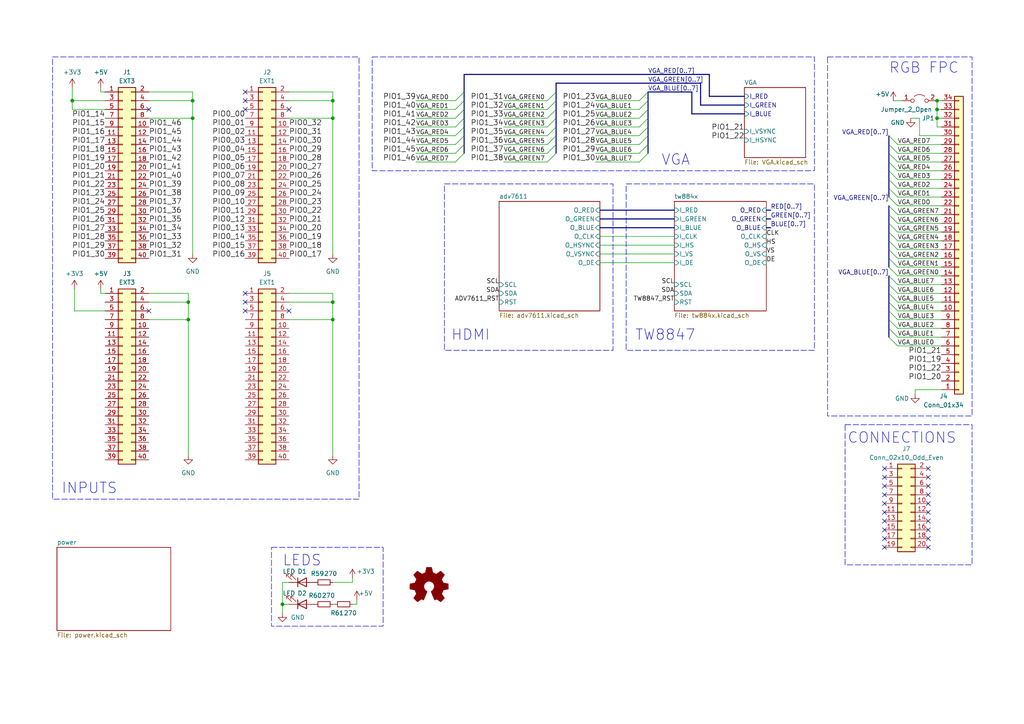
<source format=kicad_sch>
(kicad_sch (version 20230121) (generator eeschema)
  (paper "A4")
  (lib_symbols
    (symbol "Connector_Generic:Conn_01x34" (pin_names (offset 1.016) hide)
      (property "Reference" "J" (at 0 43.18 0))
      (property "Value" "Conn_01x34" (at 0 -45.72 0))
      (symbol "Conn_01x34_1_1"
        (pin passive line (at -5.08 40.64 0) (length 3.81) (name "Pin_1") (number "1"))
        (pin passive line (at -5.08 17.78 0) (length 3.81) (name "Pin_10") (number "10"))
        (pin passive line (at -5.08 15.24 0) (length 3.81) (name "Pin_11") (number "11"))
        (pin passive line (at -5.08 12.7 0) (length 3.81) (name "Pin_12") (number "12"))
        (pin passive line (at -5.08 10.16 0) (length 3.81) (name "Pin_13") (number "13"))
        (pin passive line (at -5.08 7.62 0) (length 3.81) (name "Pin_14") (number "14"))
        (pin passive line (at -5.08 5.08 0) (length 3.81) (name "Pin_15") (number "15"))
        (pin passive line (at -5.08 2.54 0) (length 3.81) (name "Pin_16") (number "16"))
        (pin passive line (at -5.08 0 0) (length 3.81) (name "Pin_17") (number "17"))
        (pin passive line (at -5.08 -2.54 0) (length 3.81) (name "Pin_18") (number "18"))
        (pin passive line (at -5.08 -5.08 0) (length 3.81) (name "Pin_19") (number "19"))
        (pin passive line (at -5.08 38.1 0) (length 3.81) (name "Pin_2") (number "2"))
        (pin passive line (at -5.08 -7.62 0) (length 3.81) (name "Pin_20") (number "20"))
        (pin passive line (at -5.08 -10.16 0) (length 3.81) (name "Pin_21") (number "21"))
        (pin passive line (at -5.08 -12.7 0) (length 3.81) (name "Pin_22") (number "22"))
        (pin passive line (at -5.08 -15.24 0) (length 3.81) (name "Pin_23") (number "23"))
        (pin passive line (at -5.08 -17.78 0) (length 3.81) (name "Pin_24") (number "24"))
        (pin passive line (at -5.08 -20.32 0) (length 3.81) (name "Pin_25") (number "25"))
        (pin passive line (at -5.08 -22.86 0) (length 3.81) (name "Pin_26") (number "26"))
        (pin passive line (at -5.08 -25.4 0) (length 3.81) (name "Pin_27") (number "27"))
        (pin passive line (at -5.08 -27.94 0) (length 3.81) (name "Pin_28") (number "28"))
        (pin passive line (at -5.08 -30.48 0) (length 3.81) (name "Pin_29") (number "29"))
        (pin passive line (at -5.08 35.56 0) (length 3.81) (name "Pin_3") (number "3"))
        (pin passive line (at -5.08 -33.02 0) (length 3.81) (name "Pin_30") (number "30"))
        (pin passive line (at -5.08 -35.56 0) (length 3.81) (name "Pin_31") (number "31"))
        (pin passive line (at -5.08 -38.1 0) (length 3.81) (name "Pin_32") (number "32"))
        (pin passive line (at -5.08 -40.64 0) (length 3.81) (name "Pin_33") (number "33"))
        (pin passive line (at -5.08 -43.18 0) (length 3.81) (name "Pin_34") (number "34"))
        (pin passive line (at -5.08 33.02 0) (length 3.81) (name "Pin_4") (number "4"))
        (pin passive line (at -5.08 30.48 0) (length 3.81) (name "Pin_5") (number "5"))
        (pin passive line (at -5.08 27.94 0) (length 3.81) (name "Pin_6") (number "6"))
        (pin passive line (at -5.08 25.4 0) (length 3.81) (name "Pin_7") (number "7"))
        (pin passive line (at -5.08 22.86 0) (length 3.81) (name "Pin_8") (number "8"))
        (pin passive line (at -5.08 20.32 0) (length 3.81) (name "Pin_9") (number "9"))
      )
    )
    (symbol "Connector_Generic:Conn_02x10_Odd_Even" (pin_names (offset 1.016) hide)
      (property "Reference" "J" (at 1.27 12.7 0))
      (property "Value" "Conn_02x10_Odd_Even" (at 1.27 -15.24 0))
      (symbol "Conn_02x10_Odd_Even_1_1"
        (pin passive line (at -5.08 10.16 0) (length 3.81) (name "Pin_1") (number "1"))
        (pin passive line (at 7.62 0 180) (length 3.81) (name "Pin_10") (number "10"))
        (pin passive line (at -5.08 -2.54 0) (length 3.81) (name "Pin_11") (number "11"))
        (pin passive line (at 7.62 -2.54 180) (length 3.81) (name "Pin_12") (number "12"))
        (pin passive line (at -5.08 -5.08 0) (length 3.81) (name "Pin_13") (number "13"))
        (pin passive line (at 7.62 -5.08 180) (length 3.81) (name "Pin_14") (number "14"))
        (pin passive line (at -5.08 -7.62 0) (length 3.81) (name "Pin_15") (number "15"))
        (pin passive line (at 7.62 -7.62 180) (length 3.81) (name "Pin_16") (number "16"))
        (pin passive line (at -5.08 -10.16 0) (length 3.81) (name "Pin_17") (number "17"))
        (pin passive line (at 7.62 -10.16 180) (length 3.81) (name "Pin_18") (number "18"))
        (pin passive line (at -5.08 -12.7 0) (length 3.81) (name "Pin_19") (number "19"))
        (pin passive line (at 7.62 10.16 180) (length 3.81) (name "Pin_2") (number "2"))
        (pin passive line (at 7.62 -12.7 180) (length 3.81) (name "Pin_20") (number "20"))
        (pin passive line (at -5.08 7.62 0) (length 3.81) (name "Pin_3") (number "3"))
        (pin passive line (at 7.62 7.62 180) (length 3.81) (name "Pin_4") (number "4"))
        (pin passive line (at -5.08 5.08 0) (length 3.81) (name "Pin_5") (number "5"))
        (pin passive line (at 7.62 5.08 180) (length 3.81) (name "Pin_6") (number "6"))
        (pin passive line (at -5.08 2.54 0) (length 3.81) (name "Pin_7") (number "7"))
        (pin passive line (at 7.62 2.54 180) (length 3.81) (name "Pin_8") (number "8"))
        (pin passive line (at -5.08 0 0) (length 3.81) (name "Pin_9") (number "9"))
      )
    )
    (symbol "Connector_Generic:Conn_02x20_Odd_Even" (pin_names (offset 1.016) hide)
      (property "Reference" "J" (at 1.27 25.4 0))
      (property "Value" "Conn_02x20_Odd_Even" (at 1.27 -27.94 0))
      (symbol "Conn_02x20_Odd_Even_1_1"
        (pin passive line (at -5.08 22.86 0) (length 3.81) (name "Pin_1") (number "1"))
        (pin passive line (at 7.62 12.7 180) (length 3.81) (name "Pin_10") (number "10"))
        (pin passive line (at -5.08 10.16 0) (length 3.81) (name "Pin_11") (number "11"))
        (pin passive line (at 7.62 10.16 180) (length 3.81) (name "Pin_12") (number "12"))
        (pin passive line (at -5.08 7.62 0) (length 3.81) (name "Pin_13") (number "13"))
        (pin passive line (at 7.62 7.62 180) (length 3.81) (name "Pin_14") (number "14"))
        (pin passive line (at -5.08 5.08 0) (length 3.81) (name "Pin_15") (number "15"))
        (pin passive line (at 7.62 5.08 180) (length 3.81) (name "Pin_16") (number "16"))
        (pin passive line (at -5.08 2.54 0) (length 3.81) (name "Pin_17") (number "17"))
        (pin passive line (at 7.62 2.54 180) (length 3.81) (name "Pin_18") (number "18"))
        (pin passive line (at -5.08 0 0) (length 3.81) (name "Pin_19") (number "19"))
        (pin passive line (at 7.62 22.86 180) (length 3.81) (name "Pin_2") (number "2"))
        (pin passive line (at 7.62 0 180) (length 3.81) (name "Pin_20") (number "20"))
        (pin passive line (at -5.08 -2.54 0) (length 3.81) (name "Pin_21") (number "21"))
        (pin passive line (at 7.62 -2.54 180) (length 3.81) (name "Pin_22") (number "22"))
        (pin passive line (at -5.08 -5.08 0) (length 3.81) (name "Pin_23") (number "23"))
        (pin passive line (at 7.62 -5.08 180) (length 3.81) (name "Pin_24") (number "24"))
        (pin passive line (at -5.08 -7.62 0) (length 3.81) (name "Pin_25") (number "25"))
        (pin passive line (at 7.62 -7.62 180) (length 3.81) (name "Pin_26") (number "26"))
        (pin passive line (at -5.08 -10.16 0) (length 3.81) (name "Pin_27") (number "27"))
        (pin passive line (at 7.62 -10.16 180) (length 3.81) (name "Pin_28") (number "28"))
        (pin passive line (at -5.08 -12.7 0) (length 3.81) (name "Pin_29") (number "29"))
        (pin passive line (at -5.08 20.32 0) (length 3.81) (name "Pin_3") (number "3"))
        (pin passive line (at 7.62 -12.7 180) (length 3.81) (name "Pin_30") (number "30"))
        (pin passive line (at -5.08 -15.24 0) (length 3.81) (name "Pin_31") (number "31"))
        (pin passive line (at 7.62 -15.24 180) (length 3.81) (name "Pin_32") (number "32"))
        (pin passive line (at -5.08 -17.78 0) (length 3.81) (name "Pin_33") (number "33"))
        (pin passive line (at 7.62 -17.78 180) (length 3.81) (name "Pin_34") (number "34"))
        (pin passive line (at -5.08 -20.32 0) (length 3.81) (name "Pin_35") (number "35"))
        (pin passive line (at 7.62 -20.32 180) (length 3.81) (name "Pin_36") (number "36"))
        (pin passive line (at -5.08 -22.86 0) (length 3.81) (name "Pin_37") (number "37"))
        (pin passive line (at 7.62 -22.86 180) (length 3.81) (name "Pin_38") (number "38"))
        (pin passive line (at -5.08 -25.4 0) (length 3.81) (name "Pin_39") (number "39"))
        (pin passive line (at 7.62 20.32 180) (length 3.81) (name "Pin_4") (number "4"))
        (pin passive line (at 7.62 -25.4 180) (length 3.81) (name "Pin_40") (number "40"))
        (pin passive line (at -5.08 17.78 0) (length 3.81) (name "Pin_5") (number "5"))
        (pin passive line (at 7.62 17.78 180) (length 3.81) (name "Pin_6") (number "6"))
        (pin passive line (at -5.08 15.24 0) (length 3.81) (name "Pin_7") (number "7"))
        (pin passive line (at 7.62 15.24 180) (length 3.81) (name "Pin_8") (number "8"))
        (pin passive line (at -5.08 12.7 0) (length 3.81) (name "Pin_9") (number "9"))
      )
    )
    (symbol "Device:LED" (pin_numbers hide) (pin_names (offset 1.016) hide)
      (property "Reference" "D" (at 0 2.54 0))
      (property "Value" "LED" (at 0 -2.54 0))
      (symbol "LED_1_1"
        (pin passive line (at -3.81 0 0) (length 2.54) (name "K") (number "1"))
        (pin passive line (at 3.81 0 180) (length 2.54) (name "A") (number "2"))
      )
    )
    (symbol "Device:R_Small" (pin_numbers hide) (pin_names (offset 0.254) hide)
      (property "Reference" "R" (at 0.762 0.508 0))
      (property "Value" "R_Small" (at 0.762 -1.016 0))
      (symbol "R_Small_1_1"
        (pin passive line (at 0 2.54 270) (length 0.762) (name "~") (number "1"))
        (pin passive line (at 0 -2.54 90) (length 0.762) (name "~") (number "2"))
      )
    )
    (symbol "Graphic:Logo_Open_Hardware_Small" (in_bom no) (on_board no))
    (symbol "Jumper:Jumper_2_Open" (pin_names (offset 0) hide)
      (property "Reference" "JP" (at 0 2.794 0))
      (property "Value" "Jumper_2_Open" (at 0 -2.286 0))
      (symbol "Jumper_2_Open_1_1"
        (pin passive line (at -5.08 0 0) (length 2.54) (name "A") (number "1"))
        (pin passive line (at 5.08 0 180) (length 2.54) (name "B") (number "2"))
      )
    )
    (symbol "power:+3V3" (power) (pin_names (offset 0))
      (property "Value" "+3V3" (at 0 3.556 0))
      (symbol "+3V3_1_1"
        (pin power_in line (at 0 0 90) (length 0) hide (name "+3V3") (number "1"))
      )
    )
    (symbol "power:+5V" (power) (pin_names (offset 0))
      (property "Value" "+5V" (at 0 3.556 0))
      (symbol "+5V_1_1"
        (pin power_in line (at 0 0 90) (length 0) hide (name "+5V") (number "1"))
      )
    )
    (symbol "power:GND" (power) (pin_names (offset 0))
      (property "Value" "GND" (at 0 -3.81 0))
      (symbol "GND_1_1"
        (pin power_in line (at 0 0 270) (length 0) hide (name "GND") (number "1"))
      )
    )
  )
  (junction (at 20.955 29.21))
  (junction (at 271.78 29.21))
  (junction (at 96.52 29.21))
  (junction (at 96.52 92.71))
  (junction (at 271.78 31.75))
  (junction (at 96.52 34.29))
  (junction (at 55.88 29.21))
  (junction (at 55.88 34.29))
  (junction (at 96.52 87.63))
  (junction (at 81.915 175.26))
  (junction (at 271.78 34.29))
  (junction (at 54.61 87.63))
  (junction (at 54.61 92.71))
  (no_connect (at 256.54 158.75))
  (no_connect (at 71.12 85.09))
  (no_connect (at 256.54 135.89))
  (no_connect (at 71.12 31.75))
  (no_connect (at 256.54 146.05))
  (no_connect (at 269.24 158.75))
  (no_connect (at 269.24 156.21))
  (no_connect (at 269.24 138.43))
  (no_connect (at 269.24 153.67))
  (no_connect (at 269.24 143.51))
  (no_connect (at 256.54 151.13))
  (no_connect (at 269.24 140.97))
  (no_connect (at 256.54 153.67))
  (no_connect (at 256.54 156.21))
  (no_connect (at 269.24 146.05))
  (no_connect (at 71.12 26.67))
  (no_connect (at 83.82 90.17))
  (no_connect (at 256.54 140.97))
  (no_connect (at 71.12 87.63))
  (no_connect (at 83.82 31.75))
  (no_connect (at 43.18 31.75))
  (no_connect (at 269.24 135.89))
  (no_connect (at 269.24 148.59))
  (no_connect (at 256.54 148.59))
  (no_connect (at 71.12 90.17))
  (no_connect (at 269.24 151.13))
  (no_connect (at 43.18 90.17))
  (no_connect (at 71.12 29.21))
  (no_connect (at 256.54 143.51))
  (no_connect (at 256.54 138.43))
  (bus_entry (at 257.81 64.77) (size 2.54 2.54))
  (bus_entry (at 161.29 29.21) (size -2.54 2.54))
  (bus_entry (at 257.81 44.45) (size 2.54 2.54))
  (bus_entry (at 257.81 69.85) (size 2.54 2.54))
  (bus_entry (at 257.81 92.71) (size 2.54 2.54))
  (bus_entry (at 134.62 29.21) (size -2.54 2.54))
  (bus_entry (at 187.96 36.83) (size -2.54 2.54))
  (bus_entry (at 161.29 39.37) (size -2.54 2.54))
  (bus_entry (at 257.81 90.17) (size 2.54 2.54))
  (bus_entry (at 134.62 31.75) (size -2.54 2.54))
  (bus_entry (at 161.29 34.29) (size -2.54 2.54))
  (bus_entry (at 187.96 26.67) (size -2.54 2.54))
  (bus_entry (at 257.81 49.53) (size 2.54 2.54))
  (bus_entry (at 134.62 34.29) (size -2.54 2.54))
  (bus_entry (at 134.62 41.91) (size -2.54 2.54))
  (bus_entry (at 187.96 41.91) (size -2.54 2.54))
  (bus_entry (at 257.81 72.39) (size 2.54 2.54))
  (bus_entry (at 257.81 97.79) (size 2.54 2.54))
  (bus_entry (at 257.81 85.09) (size 2.54 2.54))
  (bus_entry (at 257.81 95.25) (size 2.54 2.54))
  (bus_entry (at 161.29 31.75) (size -2.54 2.54))
  (bus_entry (at 134.62 26.67) (size -2.54 2.54))
  (bus_entry (at 187.96 39.37) (size -2.54 2.54))
  (bus_entry (at 187.96 34.29) (size -2.54 2.54))
  (bus_entry (at 257.81 41.91) (size 2.54 2.54))
  (bus_entry (at 257.81 62.23) (size 2.54 2.54))
  (bus_entry (at 161.29 36.83) (size -2.54 2.54))
  (bus_entry (at 257.81 39.37) (size 2.54 2.54))
  (bus_entry (at 257.81 77.47) (size 2.54 2.54))
  (bus_entry (at 134.62 36.83) (size -2.54 2.54))
  (bus_entry (at 257.81 82.55) (size 2.54 2.54))
  (bus_entry (at 257.81 52.07) (size 2.54 2.54))
  (bus_entry (at 161.29 41.91) (size -2.54 2.54))
  (bus_entry (at 257.81 46.99) (size 2.54 2.54))
  (bus_entry (at 257.81 87.63) (size 2.54 2.54))
  (bus_entry (at 257.81 80.01) (size 2.54 2.54))
  (bus_entry (at 257.81 67.31) (size 2.54 2.54))
  (bus_entry (at 134.62 39.37) (size -2.54 2.54))
  (bus_entry (at 257.81 57.15) (size 2.54 2.54))
  (bus_entry (at 161.29 26.67) (size -2.54 2.54))
  (bus_entry (at 257.81 54.61) (size 2.54 2.54))
  (bus_entry (at 134.62 44.45) (size -2.54 2.54))
  (bus_entry (at 187.96 31.75) (size -2.54 2.54))
  (bus_entry (at 257.81 74.93) (size 2.54 2.54))
  (bus_entry (at 187.96 44.45) (size -2.54 2.54))
  (bus_entry (at 257.81 59.69) (size 2.54 2.54))
  (bus_entry (at 161.29 44.45) (size -2.54 2.54))
  (bus_entry (at 187.96 29.21) (size -2.54 2.54))
  (wire (pts (xy 271.78 31.75) (xy 271.78 29.21)))
  (wire (pts (xy 146.05 34.29) (xy 158.75 34.29)))
  (wire (pts (xy 260.35 64.77) (xy 273.05 64.77)))
  (wire (pts (xy 265.43 113.03) (xy 265.43 114.3)))
  (wire (pts (xy 271.78 36.83) (xy 271.78 34.29)))
  (wire (pts (xy 260.35 80.01) (xy 273.05 80.01)))
  (wire (pts (xy 20.955 29.21) (xy 20.955 25.4)))
  (wire (pts (xy 83.82 34.29) (xy 96.52 34.29)))
  (wire (pts (xy 260.35 69.85) (xy 273.05 69.85)))
  (wire (pts (xy 30.48 90.17) (xy 21.59 90.17)))
  (wire (pts (xy 96.52 168.91) (xy 102.235 168.91)))
  (wire (pts (xy 146.05 46.99) (xy 158.75 46.99)))
  (bus (pts (xy 203.2 24.13) (xy 203.2 30.48)))
  (bus (pts (xy 257.81 67.31) (xy 257.81 69.85)))
  (bus (pts (xy 257.81 72.39) (xy 257.81 74.93)))
  (wire (pts (xy 43.18 34.29) (xy 55.88 34.29)))
  (bus (pts (xy 134.62 29.21) (xy 134.62 31.75)))
  (bus (pts (xy 161.29 26.67) (xy 161.29 29.21)))
  (wire (pts (xy 146.05 29.21) (xy 158.75 29.21)))
  (wire (pts (xy 96.52 73.66) (xy 96.52 34.29)))
  (wire (pts (xy 172.72 31.75) (xy 185.42 31.75)))
  (wire (pts (xy 96.52 175.26) (xy 97.155 175.26)))
  (bus (pts (xy 257.81 69.85) (xy 257.81 72.39)))
  (wire (pts (xy 260.35 57.15) (xy 273.05 57.15)))
  (wire (pts (xy 29.21 83.82) (xy 29.21 85.09)))
  (wire (pts (xy 273.05 113.03) (xy 265.43 113.03)))
  (wire (pts (xy 260.35 59.69) (xy 273.05 59.69)))
  (bus (pts (xy 173.99 60.96) (xy 195.58 60.96)))
  (bus (pts (xy 161.29 24.13) (xy 161.29 26.67)))
  (wire (pts (xy 146.05 41.91) (xy 158.75 41.91)))
  (wire (pts (xy 172.72 39.37) (xy 185.42 39.37)))
  (bus (pts (xy 134.62 31.75) (xy 134.62 34.29)))
  (wire (pts (xy 146.05 44.45) (xy 158.75 44.45)))
  (bus (pts (xy 222.25 60.96) (xy 223.52 60.96)))
  (wire (pts (xy 55.88 73.66) (xy 55.88 34.29)))
  (wire (pts (xy 81.915 168.91) (xy 81.915 175.26)))
  (bus (pts (xy 257.81 54.61) (xy 257.81 57.15)))
  (bus (pts (xy 257.81 46.99) (xy 257.81 49.53)))
  (wire (pts (xy 96.52 85.09) (xy 83.82 85.09)))
  (wire (pts (xy 120.65 41.91) (xy 132.08 41.91)))
  (wire (pts (xy 260.35 49.53) (xy 273.05 49.53)))
  (bus (pts (xy 134.62 21.59) (xy 205.74 21.59)))
  (wire (pts (xy 81.915 175.26) (xy 81.915 177.8)))
  (bus (pts (xy 173.99 66.04) (xy 195.58 66.04)))
  (wire (pts (xy 260.35 85.09) (xy 273.05 85.09)))
  (bus (pts (xy 257.81 59.69) (xy 257.81 62.23)))
  (bus (pts (xy 257.81 85.09) (xy 257.81 87.63)))
  (bus (pts (xy 257.81 82.55) (xy 257.81 85.09)))
  (bus (pts (xy 205.74 27.94) (xy 215.9 27.94)))
  (wire (pts (xy 260.35 62.23) (xy 273.05 62.23)))
  (bus (pts (xy 257.81 90.17) (xy 257.81 92.71)))
  (bus (pts (xy 187.96 41.91) (xy 187.96 44.45)))
  (bus (pts (xy 222.25 63.5) (xy 223.52 63.5)))
  (wire (pts (xy 96.52 26.67) (xy 83.82 26.67)))
  (wire (pts (xy 260.35 97.79) (xy 273.05 97.79)))
  (wire (pts (xy 273.05 29.21) (xy 271.78 29.21)))
  (wire (pts (xy 43.18 92.71) (xy 54.61 92.71)))
  (wire (pts (xy 172.72 41.91) (xy 185.42 41.91)))
  (wire (pts (xy 21.59 83.82) (xy 21.59 90.17)))
  (wire (pts (xy 43.18 29.21) (xy 55.88 29.21)))
  (wire (pts (xy 173.99 76.2) (xy 195.58 76.2)))
  (bus (pts (xy 257.81 74.93) (xy 257.81 77.47)))
  (wire (pts (xy 29.21 25.4) (xy 29.21 26.67)))
  (wire (pts (xy 30.48 31.75) (xy 20.955 31.75)))
  (wire (pts (xy 43.18 87.63) (xy 54.61 87.63)))
  (wire (pts (xy 260.35 95.25) (xy 273.05 95.25)))
  (wire (pts (xy 266.7 34.29) (xy 264.16 34.29)))
  (wire (pts (xy 273.05 34.29) (xy 271.78 34.29)))
  (wire (pts (xy 83.82 168.91) (xy 81.915 168.91)))
  (bus (pts (xy 203.2 30.48) (xy 215.9 30.48)))
  (wire (pts (xy 55.88 26.67) (xy 43.18 26.67)))
  (wire (pts (xy 185.42 46.99) (xy 172.72 46.99)))
  (bus (pts (xy 187.96 26.67) (xy 187.96 29.21)))
  (wire (pts (xy 96.52 92.71) (xy 96.52 87.63)))
  (wire (pts (xy 54.61 87.63) (xy 54.61 85.09)))
  (bus (pts (xy 134.62 41.91) (xy 134.62 44.45)))
  (wire (pts (xy 55.88 29.21) (xy 55.88 26.67)))
  (wire (pts (xy 120.65 44.45) (xy 132.08 44.45)))
  (wire (pts (xy 260.35 74.93) (xy 273.05 74.93)))
  (bus (pts (xy 257.81 62.23) (xy 257.81 64.77)))
  (wire (pts (xy 260.35 90.17) (xy 273.05 90.17)))
  (bus (pts (xy 200.66 26.67) (xy 200.66 33.02)))
  (wire (pts (xy 54.61 92.71) (xy 54.61 87.63)))
  (wire (pts (xy 260.35 54.61) (xy 273.05 54.61)))
  (bus (pts (xy 134.62 36.83) (xy 134.62 39.37)))
  (wire (pts (xy 96.52 34.29) (xy 96.52 29.21)))
  (bus (pts (xy 161.29 41.91) (xy 161.29 44.45)))
  (bus (pts (xy 200.66 33.02) (xy 215.9 33.02)))
  (bus (pts (xy 161.29 29.21) (xy 161.29 31.75)))
  (bus (pts (xy 257.81 49.53) (xy 257.81 52.07)))
  (bus (pts (xy 257.81 52.07) (xy 257.81 54.61)))
  (wire (pts (xy 96.52 29.21) (xy 96.52 26.67)))
  (wire (pts (xy 260.35 82.55) (xy 273.05 82.55)))
  (bus (pts (xy 161.29 34.29) (xy 161.29 36.83)))
  (wire (pts (xy 273.05 31.75) (xy 271.78 31.75)))
  (bus (pts (xy 187.96 31.75) (xy 187.96 34.29)))
  (bus (pts (xy 187.96 29.21) (xy 187.96 31.75)))
  (wire (pts (xy 146.05 36.83) (xy 158.75 36.83)))
  (wire (pts (xy 54.61 85.09) (xy 43.18 85.09)))
  (bus (pts (xy 257.81 80.01) (xy 257.81 82.55)))
  (wire (pts (xy 260.35 92.71) (xy 273.05 92.71)))
  (wire (pts (xy 173.99 71.12) (xy 195.58 71.12)))
  (bus (pts (xy 134.62 39.37) (xy 134.62 41.91)))
  (wire (pts (xy 260.35 46.99) (xy 273.05 46.99)))
  (wire (pts (xy 260.35 77.47) (xy 273.05 77.47)))
  (bus (pts (xy 187.96 36.83) (xy 187.96 39.37)))
  (wire (pts (xy 271.78 34.29) (xy 271.78 31.75)))
  (bus (pts (xy 134.62 21.59) (xy 134.62 26.67)))
  (wire (pts (xy 83.82 92.71) (xy 96.52 92.71)))
  (wire (pts (xy 20.955 29.21) (xy 30.48 29.21)))
  (wire (pts (xy 96.52 132.08) (xy 96.52 92.71)))
  (wire (pts (xy 102.235 168.91) (xy 102.235 167.64)))
  (wire (pts (xy 102.235 175.26) (xy 103.505 175.26)))
  (bus (pts (xy 257.81 64.77) (xy 257.81 67.31)))
  (bus (pts (xy 205.74 21.59) (xy 205.74 27.94)))
  (wire (pts (xy 173.99 68.58) (xy 195.58 68.58)))
  (wire (pts (xy 266.7 34.29) (xy 266.7 39.37)))
  (wire (pts (xy 273.05 39.37) (xy 266.7 39.37)))
  (wire (pts (xy 120.65 39.37) (xy 132.08 39.37)))
  (wire (pts (xy 172.72 34.29) (xy 185.42 34.29)))
  (wire (pts (xy 83.82 87.63) (xy 96.52 87.63)))
  (bus (pts (xy 161.29 24.13) (xy 203.2 24.13)))
  (wire (pts (xy 120.65 34.29) (xy 132.08 34.29)))
  (wire (pts (xy 260.35 67.31) (xy 273.05 67.31)))
  (wire (pts (xy 120.65 31.75) (xy 132.08 31.75)))
  (bus (pts (xy 257.81 92.71) (xy 257.81 95.25)))
  (wire (pts (xy 120.65 46.99) (xy 132.08 46.99)))
  (wire (pts (xy 146.05 39.37) (xy 158.75 39.37)))
  (wire (pts (xy 120.65 36.83) (xy 132.08 36.83)))
  (wire (pts (xy 146.05 31.75) (xy 158.75 31.75)))
  (wire (pts (xy 83.82 29.21) (xy 96.52 29.21)))
  (bus (pts (xy 134.62 34.29) (xy 134.62 36.83)))
  (bus (pts (xy 187.96 26.67) (xy 200.66 26.67)))
  (bus (pts (xy 257.81 41.91) (xy 257.81 44.45)))
  (bus (pts (xy 161.29 39.37) (xy 161.29 41.91)))
  (wire (pts (xy 259.08 29.21) (xy 261.62 29.21)))
  (wire (pts (xy 172.72 36.83) (xy 185.42 36.83)))
  (wire (pts (xy 55.88 34.29) (xy 55.88 29.21)))
  (bus (pts (xy 134.62 26.67) (xy 134.62 29.21)))
  (wire (pts (xy 120.65 29.21) (xy 132.08 29.21)))
  (wire (pts (xy 54.61 132.08) (xy 54.61 92.71)))
  (wire (pts (xy 260.35 44.45) (xy 273.05 44.45)))
  (bus (pts (xy 222.25 66.04) (xy 223.52 66.04)))
  (wire (pts (xy 260.35 100.33) (xy 273.05 100.33)))
  (wire (pts (xy 172.72 29.21) (xy 185.42 29.21)))
  (bus (pts (xy 257.81 95.25) (xy 257.81 97.79)))
  (bus (pts (xy 173.99 63.5) (xy 195.58 63.5)))
  (bus (pts (xy 257.81 44.45) (xy 257.81 46.99)))
  (wire (pts (xy 96.52 87.63) (xy 96.52 85.09)))
  (wire (pts (xy 260.35 72.39) (xy 273.05 72.39)))
  (wire (pts (xy 83.82 175.26) (xy 81.915 175.26)))
  (wire (pts (xy 29.21 26.67) (xy 30.48 26.67)))
  (wire (pts (xy 260.35 41.91) (xy 273.05 41.91)))
  (bus (pts (xy 187.96 39.37) (xy 187.96 41.91)))
  (wire (pts (xy 260.35 52.07) (xy 273.05 52.07)))
  (bus (pts (xy 187.96 34.29) (xy 187.96 36.83)))
  (wire (pts (xy 173.99 73.66) (xy 195.58 73.66)))
  (bus (pts (xy 257.81 87.63) (xy 257.81 90.17)))
  (bus (pts (xy 257.81 39.37) (xy 257.81 41.91)))
  (wire (pts (xy 273.05 36.83) (xy 271.78 36.83)))
  (wire (pts (xy 260.35 87.63) (xy 273.05 87.63)))
  (wire (pts (xy 29.21 85.09) (xy 30.48 85.09)))
  (wire (pts (xy 172.72 44.45) (xy 185.42 44.45)))
  (wire (pts (xy 103.505 175.26) (xy 103.505 173.99)))
  (bus (pts (xy 161.29 36.83) (xy 161.29 39.37)))
  (bus (pts (xy 161.29 31.75) (xy 161.29 34.29)))
  (wire (pts (xy 20.955 31.75) (xy 20.955 29.21)))
  (rectangle (start 181.61 53.34) (end 236.22 101.6) (stroke (width 0) (type dash)))
  (rectangle (start 15.24 16.51) (end 104.14 144.78) (stroke (width 0) (type dash)))
  (rectangle (start 128.905 53.34) (end 177.8 101.6) (stroke (width 0) (type dash)))
  (rectangle (start 240.03 16.51) (end 281.94 120.65) (stroke (width 0) (type dash)))
  (rectangle (start 245.11 123.19) (end 281.94 163.83) (stroke (width 0) (type dash)))
  (rectangle (start 107.95 16.51) (end 236.22 49.53) (stroke (width 0) (type dash)))
  (rectangle (start 78.74 158.75) (end 111.125 181.61) (stroke (width 0) (type dash)))
  (text "RGB FPC" (at 257.81 21.59 0) (effects (font (size 3.048 3.048)) (justify left bottom)))
  (text "HDMI" (at 130.81 99.06 0) (effects (font (size 3.048 3.048)) (justify left bottom)))
  (text "VGA" (at 191.77 48.26 0) (effects (font (size 3.048 3.048)) (justify left bottom)))
  (text "INPUTS" (at 17.78 143.51 0) (effects (font (size 3.048 3.048)) (justify left bottom)))
  (text "TW8847" (at 184.15 99.06 0) (effects (font (size 3.048 3.048)) (justify left bottom)))
  (text "CONNECTIONS" (at 245.745 128.905 0) (effects (font (size 3.048 3.048)) (justify left bottom)))
  (text "LEDS" (at 81.915 164.465 0) (effects (font (size 3.048 3.048)) (justify left bottom)))
  (label "VGA_RED7" (at 120.65 46.99 0))
  (label "PIO0_28" (at 83.82 46.99 0) (effects (font (size 1.524 1.524))))
  (label "PIO0_14" (at 71.12 69.85 180) (effects (font (size 1.524 1.524))))
  (label "VGA_GREEN7" (at 260.35 62.23 0))
  (label "PIO0_20" (at 83.82 67.31 0) (effects (font (size 1.524 1.524))))
  (label "VGA_GREEN0" (at 260.35 80.01 0))
  (label "PIO1_39" (at 120.65 29.21 180) (effects (font (size 1.524 1.524))))
  (label "PIO1_39" (at 43.18 54.61 0) (effects (font (size 1.524 1.524))))
  (label "PIO0_31" (at 83.82 39.37 0) (effects (font (size 1.524 1.524))))
  (label "VGA_BLUE4" (at 260.35 90.17 0))
  (label "VS" (at 222.25 73.66 0))
  (label "PIO0_00" (at 71.12 34.29 180) (effects (font (size 1.524 1.524))))
  (label "PIO1_30" (at 30.48 74.93 180) (effects (font (size 1.524 1.524))))
  (label "PIO1_45" (at 120.65 44.45 180) (effects (font (size 1.524 1.524))))
  (label "PIO0_03" (at 71.12 41.91 180) (effects (font (size 1.524 1.524))))
  (label "PIO1_17" (at 30.48 41.91 180) (effects (font (size 1.524 1.524))))
  (label "VGA_RED4" (at 120.65 39.37 0))
  (label "PIO1_22" (at 273.05 107.95 180) (effects (font (size 1.524 1.524))))
  (label "PIO1_37" (at 43.18 59.69 0) (effects (font (size 1.524 1.524))))
  (label "VGA_GREEN4" (at 146.05 39.37 0))
  (label "VGA_RED3" (at 260.35 52.07 0))
  (label "VGA_GREEN[0..7]" (at 257.81 58.42 180))
  (label "VGA_BLUE2" (at 260.35 95.25 0))
  (label "PIO1_25" (at 30.48 62.23 180) (effects (font (size 1.524 1.524))))
  (label "VGA_GREEN3" (at 146.05 36.83 0))
  (label "PIO0_13" (at 71.12 67.31 180) (effects (font (size 1.524 1.524))))
  (label "VGA_GREEN[0..7]" (at 187.96 24.13 0))
  (label "PIO1_19" (at 273.05 105.41 180) (effects (font (size 1.524 1.524))))
  (label "PIO0_10" (at 71.12 59.69 180) (effects (font (size 1.524 1.524))))
  (label "PIO1_46" (at 120.65 46.99 180) (effects (font (size 1.524 1.524))))
  (label "SCL" (at 195.58 82.55 180))
  (label "PIO1_40" (at 120.65 31.75 180) (effects (font (size 1.524 1.524))))
  (label "VGA_RED4" (at 260.35 49.53 0))
  (label "PIO1_31" (at 43.18 74.93 0) (effects (font (size 1.524 1.524))))
  (label "PIO1_25" (at 172.72 34.29 180) (effects (font (size 1.524 1.524))))
  (label "VGA_GREEN5" (at 146.05 41.91 0))
  (label "VGA_GREEN2" (at 260.35 74.93 0))
  (label "PIO1_26" (at 172.72 36.83 180) (effects (font (size 1.524 1.524))))
  (label "PIO0_18" (at 83.82 72.39 0) (effects (font (size 1.524 1.524))))
  (label "PIO0_32" (at 83.82 36.83 0) (effects (font (size 1.524 1.524))))
  (label "PIO0_22" (at 83.82 62.23 0) (effects (font (size 1.524 1.524))))
  (label "VGA_RED3" (at 120.65 36.83 0))
  (label "PIO1_42" (at 120.65 36.83 180) (effects (font (size 1.524 1.524))))
  (label "PIO1_26" (at 30.48 64.77 180) (effects (font (size 1.524 1.524))))
  (label "PIO0_05" (at 71.12 46.99 180) (effects (font (size 1.524 1.524))))
  (label "VGA_RED5" (at 260.35 46.99 0))
  (label "VGA_BLUE[0..7]" (at 187.96 26.67 0))
  (label "PIO0_02" (at 71.12 39.37 180) (effects (font (size 1.524 1.524))))
  (label "PIO1_45" (at 43.18 39.37 0) (effects (font (size 1.524 1.524))))
  (label "PIO0_25" (at 83.82 54.61 0) (effects (font (size 1.524 1.524))))
  (label "PIO1_36" (at 43.18 62.23 0) (effects (font (size 1.524 1.524))))
  (label "ADV7611_RST" (at 144.78 87.63 180))
  (label "PIO1_22" (at 215.9 40.64 180) (effects (font (size 1.524 1.524))))
  (label "VGA_BLUE0" (at 172.72 29.21 0))
  (label "VGA_BLUE3" (at 260.35 92.71 0))
  (label "PIO1_21" (at 215.9 38.1 180) (effects (font (size 1.524 1.524))))
  (label "PIO0_04" (at 71.12 44.45 180) (effects (font (size 1.524 1.524))))
  (label "PIO1_43" (at 43.18 44.45 0) (effects (font (size 1.524 1.524))))
  (label "VGA_GREEN1" (at 260.35 77.47 0))
  (label "VGA_GREEN4" (at 260.35 69.85 0))
  (label "PIO1_32" (at 43.18 72.39 0) (effects (font (size 1.524 1.524))))
  (label "VGA_RED2" (at 260.35 54.61 0))
  (label "PIO1_21" (at 30.48 52.07 180) (effects (font (size 1.524 1.524))))
  (label "PIO1_29" (at 172.72 44.45 180) (effects (font (size 1.524 1.524))))
  (label "VGA_BLUE3" (at 172.72 36.83 0))
  (label "PIO1_35" (at 43.18 64.77 0) (effects (font (size 1.524 1.524))))
  (label "PIO0_17" (at 83.82 74.93 0) (effects (font (size 1.524 1.524))))
  (label "VGA_RED[0..7]" (at 187.96 21.59 0))
  (label "VGA_RED1" (at 260.35 57.15 0))
  (label "PIO0_11" (at 71.12 62.23 180) (effects (font (size 1.524 1.524))))
  (label "VGA_RED7" (at 260.35 41.91 0))
  (label "VGA_RED6" (at 260.35 44.45 0))
  (label "DE" (at 222.25 76.2 0))
  (label "VGA_GREEN2" (at 146.05 34.29 0))
  (label "VGA_GREEN3" (at 260.35 72.39 0))
  (label "PIO1_41" (at 43.18 49.53 0) (effects (font (size 1.524 1.524))))
  (label "CLK" (at 222.25 68.58 0))
  (label "PIO1_21" (at 273.05 102.87 180) (effects (font (size 1.524 1.524))))
  (label "VGA_GREEN6" (at 260.35 64.77 0))
  (label "VGA_GREEN7" (at 146.05 46.99 0))
  (label "PIO1_43" (at 120.65 39.37 180) (effects (font (size 1.524 1.524))))
  (label "PIO1_35" (at 146.05 39.37 180) (effects (font (size 1.524 1.524))))
  (label "BLUE[0..7]" (at 223.52 66.04 0))
  (label "PIO0_01" (at 71.12 36.83 180) (effects (font (size 1.524 1.524))))
  (label "VGA_RED2" (at 120.65 34.29 0))
  (label "HS" (at 222.25 71.12 0))
  (label "VGA_BLUE1" (at 172.72 31.75 0))
  (label "VGA_GREEN5" (at 260.35 67.31 0))
  (label "VGA_BLUE5" (at 172.72 41.91 0))
  (label "PIO1_24" (at 172.72 31.75 180) (effects (font (size 1.524 1.524))))
  (label "PIO1_23" (at 172.72 29.21 180) (effects (font (size 1.524 1.524))))
  (label "PIO1_22" (at 30.48 54.61 180) (effects (font (size 1.524 1.524))))
  (label "VGA_RED6" (at 120.65 44.45 0))
  (label "PIO0_26" (at 83.82 52.07 0) (effects (font (size 1.524 1.524))))
  (label "PIO0_21" (at 83.82 64.77 0) (effects (font (size 1.524 1.524))))
  (label "PIO1_33" (at 146.05 34.29 180) (effects (font (size 1.524 1.524))))
  (label "PIO1_38" (at 146.05 46.99 180) (effects (font (size 1.524 1.524))))
  (label "SDA" (at 195.58 85.09 180))
  (label "VGA_RED0" (at 260.35 59.69 0))
  (label "PIO1_28" (at 30.48 69.85 180) (effects (font (size 1.524 1.524))))
  (label "PIO0_09" (at 71.12 57.15 180) (effects (font (size 1.524 1.524))))
  (label "PIO1_44" (at 120.65 41.91 180) (effects (font (size 1.524 1.524))))
  (label "VGA_GREEN1" (at 146.05 31.75 0))
  (label "VGA_BLUE[0..7]" (at 257.81 80.01 180))
  (label "PIO1_27" (at 30.48 67.31 180) (effects (font (size 1.524 1.524))))
  (label "PIO1_44" (at 43.18 41.91 0) (effects (font (size 1.524 1.524))))
  (label "VGA_BLUE1" (at 260.35 97.79 0))
  (label "VGA_BLUE6" (at 260.35 85.09 0))
  (label "PIO1_33" (at 43.18 69.85 0) (effects (font (size 1.524 1.524))))
  (label "PIO0_07" (at 71.12 52.07 180) (effects (font (size 1.524 1.524))))
  (label "SDA" (at 144.78 85.09 180))
  (label "VGA_BLUE5" (at 260.35 87.63 0))
  (label "PIO0_06" (at 71.12 49.53 180) (effects (font (size 1.524 1.524))))
  (label "PIO0_12" (at 71.12 64.77 180) (effects (font (size 1.524 1.524))))
  (label "PIO0_16" (at 71.12 74.93 180) (effects (font (size 1.524 1.524))))
  (label "VGA_BLUE2" (at 172.72 34.29 0))
  (label "PIO0_24" (at 83.82 57.15 0) (effects (font (size 1.524 1.524))))
  (label "PIO1_34" (at 146.05 36.83 180) (effects (font (size 1.524 1.524))))
  (label "PIO0_30" (at 83.82 41.91 0) (effects (font (size 1.524 1.524))))
  (label "PIO0_29" (at 83.82 44.45 0) (effects (font (size 1.524 1.524))))
  (label "TW8847_RST" (at 195.58 87.63 180))
  (label "VGA_BLUE7" (at 260.35 82.55 0))
  (label "PIO1_42" (at 43.18 46.99 0) (effects (font (size 1.524 1.524))))
  (label "VGA_BLUE7" (at 172.72 46.99 0))
  (label "VGA_BLUE6" (at 172.72 44.45 0))
  (label "PIO1_18" (at 30.48 44.45 180) (effects (font (size 1.524 1.524))))
  (label "VGA_BLUE0" (at 260.35 100.33 0))
  (label "PIO1_19" (at 30.48 46.99 180) (effects (font (size 1.524 1.524))))
  (label "PIO1_14" (at 30.48 34.29 180) (effects (font (size 1.524 1.524))))
  (label "PIO1_23" (at 30.48 57.15 180) (effects (font (size 1.524 1.524))))
  (label "VGA_GREEN0" (at 146.05 29.21 0))
  (label "PIO1_32" (at 146.05 31.75 180) (effects (font (size 1.524 1.524))))
  (label "PIO1_37" (at 146.05 44.45 180) (effects (font (size 1.524 1.524))))
  (label "SCL" (at 144.78 82.55 180))
  (label "PIO1_15" (at 30.48 36.83 180) (effects (font (size 1.524 1.524))))
  (label "PIO1_28" (at 172.72 41.91 180) (effects (font (size 1.524 1.524))))
  (label "PIO1_31" (at 146.05 29.21 180) (effects (font (size 1.524 1.524))))
  (label "PIO1_29" (at 30.48 72.39 180) (effects (font (size 1.524 1.524))))
  (label "PIO1_36" (at 146.05 41.91 180) (effects (font (size 1.524 1.524))))
  (label "PIO1_16" (at 30.48 39.37 180) (effects (font (size 1.524 1.524))))
  (label "PIO1_38" (at 43.18 57.15 0) (effects (font (size 1.524 1.524))))
  (label "VGA_RED1" (at 120.65 31.75 0))
  (label "PIO1_20" (at 273.05 110.49 180) (effects (font (size 1.524 1.524))))
  (label "PIO0_27" (at 83.82 49.53 0) (effects (font (size 1.524 1.524))))
  (label "RED[0..7]" (at 223.52 60.96 0))
  (label "PIO1_27" (at 172.72 39.37 180) (effects (font (size 1.524 1.524))))
  (label "GREEN[0..7]" (at 223.52 63.5 0))
  (label "PIO1_41" (at 120.65 34.29 180) (effects (font (size 1.524 1.524))))
  (label "VGA_GREEN6" (at 146.05 44.45 0))
  (label "VGA_RED[0..7]" (at 257.81 39.37 180))
  (label "VGA_RED5" (at 120.65 41.91 0))
  (label "PIO1_46" (at 43.18 36.83 0) (effects (font (size 1.524 1.524))))
  (label "PIO0_19" (at 83.82 69.85 0) (effects (font (size 1.524 1.524))))
  (label "PIO1_40" (at 43.18 52.07 0) (effects (font (size 1.524 1.524))))
  (label "PIO1_20" (at 30.48 49.53 180) (effects (font (size 1.524 1.524))))
  (label "PIO0_23" (at 83.82 59.69 0) (effects (font (size 1.524 1.524))))
  (label "PIO1_34" (at 43.18 67.31 0) (effects (font (size 1.524 1.524))))
  (label "PIO1_24" (at 30.48 59.69 180) (effects (font (size 1.524 1.524))))
  (label "PIO1_30" (at 172.72 46.99 180) (effects (font (size 1.524 1.524))))
  (label "PIO0_15" (at 71.12 72.39 180) (effects (font (size 1.524 1.524))))
  (label "VGA_RED0" (at 120.65 29.21 0))
  (label "VGA_BLUE4" (at 172.72 39.37 0))
  (label "PIO0_08" (at 71.12 54.61 180) (effects (font (size 1.524 1.524))))
  (symbol (lib_id "Connector_Generic:Conn_02x10_Odd_Even") (at 261.62 146.05 0) (unit 1)
    (property "Reference" "J7" (at 262.89 130.175 0))
    (property "Value" "Conn_02x10_Odd_Even" (at 262.89 132.715 0))
    (property "Footprint" "Connector_PinHeader_1.27mm:PinHeader_2x10_P1.27mm_Vertical_SMD" (effects hide))
  )
  (symbol (lib_id "power:+5V") (at 103.505 173.99 0) (mirror y) (unit 1)
    (property "Reference" "#PWR060" (effects hide))
    (property "Value" "+5V" (at 106.045 172.085 0))
  )
  (symbol (lib_id "power:+3V3") (at 21.59 83.82 0) (unit 1)
    (property "Reference" "#PWR09" (effects hide))
    (property "Value" "+3V3" (at 21.59 79.375 0))
  )
  (symbol (lib_id "power:GND") (at 81.915 177.8 0) (unit 1)
    (property "Reference" "#PWR058" (effects hide))
    (property "Value" "GND" (at 86.36 179.07 0))
  )
  (symbol (lib_id "power:GND") (at 265.43 114.3 0) (mirror y) (unit 1)
    (property "Reference" "#PWR030" (effects hide))
    (property "Value" "GND" (at 261.62 115.57 0))
  )
  (symbol (lib_id "power:+3V3") (at 102.235 167.64 0) (unit 1)
    (property "Reference" "#PWR059" (effects hide))
    (property "Value" "+3V3" (at 106.045 165.735 0))
  )
  (symbol (lib_id "Connector_Generic:Conn_02x20_Odd_Even") (at 35.56 49.53 0) (unit 1)
    (property "Reference" "J1" (at 36.83 20.955 0))
    (property "Value" "EXT3" (at 36.83 23.495 0))
    (property "Footprint" "Connector_PinSocket_1.27mm:PinSocket_2x20_P1.27mm_Vertical_SMD" (effects hide))
  )
  (symbol (lib_id "Device:R_Small") (at 93.98 175.26 90) (unit 1)
    (property "Reference" "R60" (at 91.44 172.72 90))
    (property "Value" "270" (at 95.25 172.72 90))
    (property "Footprint" "Resistor_SMD:R_0603_1608Metric" (effects hide))
  )
  (symbol (lib_id "power:GND") (at 54.61 132.08 0) (unit 1)
    (property "Reference" "#PWR011" (effects hide))
    (property "Value" "GND" (at 54.61 137.16 0))
  )
  (symbol (lib_id "power:+3V3") (at 20.955 25.4 0) (unit 1)
    (property "Reference" "#PWR02" (effects hide))
    (property "Value" "+3V3" (at 20.955 20.955 0))
  )
  (symbol (lib_id "power:GND") (at 264.16 34.29 0) (mirror y) (unit 1)
    (property "Reference" "#PWR040" (effects hide))
    (property "Value" "GND" (at 260.35 35.56 0))
  )
  (symbol (lib_id "Jumper:Jumper_2_Open") (at 266.7 29.21 0) (unit 1)
    (property "Reference" "JP1" (at 269.24 34.29 0))
    (property "Value" "Jumper_2_Open" (at 262.89 31.75 0))
    (property "Footprint" "Jumper:SolderJumper-2_P1.3mm_Open_RoundedPad1.0x1.5mm" (effects hide))
  )
  (symbol (lib_id "Graphic:Logo_Open_Hardware_Small") (at 124.46 170.18 0) (unit 1) (in_bom no) (on_board no)
    (property "Reference" "#SYM1" (effects hide))
    (property "Value" "Logo_Open_Hardware_Small" (effects hide))
    (property "Sim.Enable" "0" (effects hide))
  )
  (symbol (lib_id "Connector_Generic:Conn_02x20_Odd_Even") (at 76.2 49.53 0) (unit 1)
    (property "Reference" "J2" (at 77.47 20.955 0))
    (property "Value" "EXT1" (at 77.47 23.495 0))
    (property "Footprint" "Connector_PinSocket_1.27mm:PinSocket_2x20_P1.27mm_Vertical_SMD" (effects hide))
  )
  (symbol (lib_id "power:GND") (at 55.88 73.66 0) (unit 1)
    (property "Reference" "#PWR03" (effects hide))
    (property "Value" "GND" (at 55.88 78.74 0))
  )
  (symbol (lib_id "power:GND") (at 96.52 73.66 0) (unit 1)
    (property "Reference" "#PWR06" (effects hide))
    (property "Value" "GND" (at 96.52 78.74 0))
  )
  (symbol (lib_id "Connector_Generic:Conn_02x20_Odd_Even") (at 76.2 107.95 0) (unit 1)
    (property "Reference" "J5" (at 77.47 79.375 0))
    (property "Value" "EXT1" (at 77.47 81.915 0))
    (property "Footprint" "Connector_PinSocket_1.27mm:PinSocket_2x20_P1.27mm_Vertical_SMD" (effects hide))
  )
  (symbol (lib_id "Device:LED") (at 87.63 175.26 0) (mirror x) (unit 1)
    (property "Reference" "D2" (at 87.63 172.085 0))
    (property "Value" "LED" (at 83.82 172.085 0))
    (property "Footprint" "LED_SMD:LED_0805_2012Metric" (effects hide))
  )
  (symbol (lib_id "Connector_Generic:Conn_02x20_Odd_Even") (at 35.56 107.95 0) (unit 1)
    (property "Reference" "J3" (at 36.83 79.375 0))
    (property "Value" "EXT3" (at 36.83 81.915 0))
    (property "Footprint" "Connector_PinSocket_1.27mm:PinSocket_2x20_P1.27mm_Vertical_SMD" (effects hide))
  )
  (symbol (lib_id "Device:LED") (at 87.63 168.91 0) (mirror x) (unit 1)
    (property "Reference" "D1" (at 87.63 165.735 0))
    (property "Value" "LED" (at 83.82 165.735 0))
    (property "Footprint" "LED_SMD:LED_0805_2012Metric" (effects hide))
  )
  (symbol (lib_id "power:+5V") (at 29.21 83.82 0) (unit 1)
    (property "Reference" "#PWR010" (effects hide))
    (property "Value" "+5V" (at 29.21 79.375 0))
  )
  (symbol (lib_id "power:+5V") (at 29.21 25.4 0) (unit 1)
    (property "Reference" "#PWR01" (effects hide))
    (property "Value" "+5V" (at 29.21 20.955 0))
  )
  (symbol (lib_id "Connector_Generic:Conn_01x34") (at 278.13 72.39 0) (mirror x) (unit 1)
    (property "Reference" "J4" (at 273.685 114.935 0))
    (property "Value" "Conn_01x34" (at 273.685 117.475 0))
    (property "Footprint" "C2797218:FPC-SMD_KH-FG0.5-H2.0-34PIN" (effects hide))
  )
  (symbol (lib_id "power:GND") (at 96.52 132.08 0) (unit 1)
    (property "Reference" "#PWR012" (effects hide))
    (property "Value" "GND" (at 96.52 137.16 0))
  )
  (symbol (lib_id "Device:R_Small") (at 93.98 168.91 90) (unit 1)
    (property "Reference" "R59" (at 92.075 166.37 90))
    (property "Value" "270" (at 95.885 166.37 90))
    (property "Footprint" "Resistor_SMD:R_0603_1608Metric" (effects hide))
  )
  (symbol (lib_id "power:+5V") (at 259.08 29.21 0) (unit 1)
    (property "Reference" "#PWR08" (effects hide))
    (property "Value" "+5V" (at 255.905 27.305 0))
  )
  (symbol (lib_id "Device:R_Small") (at 99.695 175.26 90) (unit 1)
    (property "Reference" "R61" (at 97.79 177.8 90))
    (property "Value" "270" (at 101.6 177.8 90))
    (property "Footprint" "Resistor_SMD:R_0603_1608Metric" (effects hide))
  )
  (sheet (at 144.78 58.42) (size 29.21 31.75) (stroke (width 0.1524))
    (property "Sheetname" "adv7611" (at 144.78 57.7084 0) (effects (justify left bottom)))
    (property "Sheetfile" "adv7611.kicad_sch" (at 144.78 90.7546 0) (effects (justify left top)))
    (pin "O_RED" input (at 173.99 60.96 0))
    (pin "O_GREEN" input (at 173.99 63.5 0))
    (pin "O_BLUE" input (at 173.99 66.04 0))
    (pin "O_CLK" input (at 173.99 68.58 0))
    (pin "O_DE" input (at 173.99 76.2 0))
    (pin "O_HSYNC" input (at 173.99 71.12 0))
    (pin "O_VSYNC" input (at 173.99 73.66 0))
    (pin "SDA" input (at 144.78 85.09 180))
    (pin "SCL" input (at 144.78 82.55 180))
    (pin "RST" input (at 144.78 87.63 180))
  )
  (sheet (at 195.58 58.42) (size 26.67 31.75) (stroke (width 0.1524))
    (property "Sheetname" "tw884x" (at 195.58 57.7084 0) (effects (justify left bottom)))
    (property "Sheetfile" "tw884x.kicad_sch" (at 195.58 90.7546 0) (effects (justify left top)))
    (pin "O_RED" input (at 222.25 60.96 0))
    (pin "SDA" input (at 195.58 85.09 180))
    (pin "SCL" input (at 195.58 82.55 180))
    (pin "O_GREEN" input (at 222.25 63.5 0))
    (pin "O_BLUE" input (at 222.25 66.04 0))
    (pin "I_GREEN" input (at 195.58 63.5 180))
    (pin "I_RED" input (at 195.58 60.96 180))
    (pin "I_BLUE" input (at 195.58 66.04 180))
    (pin "I_VS" input (at 195.58 73.66 180))
    (pin "I_CLK" input (at 195.58 68.58 180))
    (pin "I_DE" input (at 195.58 76.2 180))
    (pin "I_HS" input (at 195.58 71.12 180))
    (pin "O_CLK" input (at 222.25 68.58 0))
    (pin "O_HS" input (at 222.25 71.12 0))
    (pin "O_DE" input (at 222.25 76.2 0))
    (pin "O_VS" input (at 222.25 73.66 0))
    (pin "RST" input (at 195.58 87.63 180))
  )
  (sheet (at 16.51 158.75) (size 33.02 24.13) (stroke (width 0.1524))
    (property "Sheetname" "power" (at 16.51 158.0384 0) (effects (justify left bottom)))
    (property "Sheetfile" "power.kicad_sch" (at 16.51 183.4646 0) (effects (justify left top)))
  )
  (sheet (at 215.9 25.4) (size 17.78 20.32) (stroke (width 0.1524))
    (property "Sheetname" "VGA" (at 215.9 24.6884 0) (effects (justify left bottom)))
    (property "Sheetfile" "VGA.kicad_sch" (at 215.9 46.3046 0) (effects (justify left top)))
    (pin "I_GREEN" input (at 215.9 30.48 180))
    (pin "I_BLUE" input (at 215.9 33.02 180))
    (pin "I_RED" input (at 215.9 27.94 180))
    (pin "I_VSYNC" input (at 215.9 38.1 180))
    (pin "I_HSYNC" input (at 215.9 40.64 180))
  )
)
</source>
